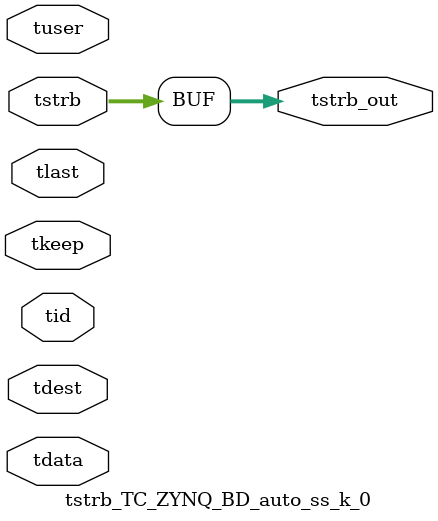
<source format=v>


`timescale 1ps/1ps

module tstrb_TC_ZYNQ_BD_auto_ss_k_0 #
(
parameter C_S_AXIS_TDATA_WIDTH = 32,
parameter C_S_AXIS_TUSER_WIDTH = 0,
parameter C_S_AXIS_TID_WIDTH   = 0,
parameter C_S_AXIS_TDEST_WIDTH = 0,
parameter C_M_AXIS_TDATA_WIDTH = 32
)
(
input  [(C_S_AXIS_TDATA_WIDTH == 0 ? 1 : C_S_AXIS_TDATA_WIDTH)-1:0     ] tdata,
input  [(C_S_AXIS_TUSER_WIDTH == 0 ? 1 : C_S_AXIS_TUSER_WIDTH)-1:0     ] tuser,
input  [(C_S_AXIS_TID_WIDTH   == 0 ? 1 : C_S_AXIS_TID_WIDTH)-1:0       ] tid,
input  [(C_S_AXIS_TDEST_WIDTH == 0 ? 1 : C_S_AXIS_TDEST_WIDTH)-1:0     ] tdest,
input  [(C_S_AXIS_TDATA_WIDTH/8)-1:0 ] tkeep,
input  [(C_S_AXIS_TDATA_WIDTH/8)-1:0 ] tstrb,
input                                                                    tlast,
output [(C_M_AXIS_TDATA_WIDTH/8)-1:0 ] tstrb_out
);

assign tstrb_out = {tstrb[3:0]};

endmodule


</source>
